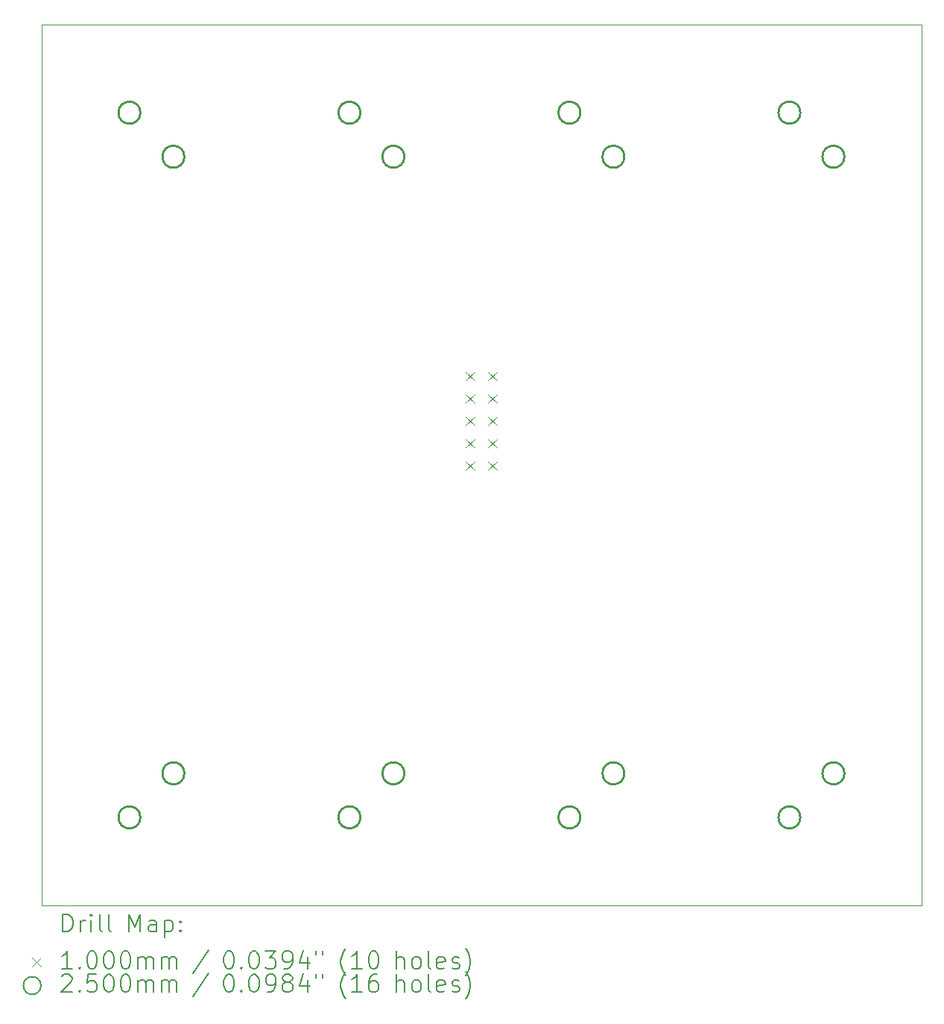
<source format=gbr>
%TF.GenerationSoftware,KiCad,Pcbnew,(7.0.0)*%
%TF.CreationDate,2023-05-18T23:59:09+02:00*%
%TF.ProjectId,Fad_2,4661645f-322e-46b6-9963-61645f706362,rev?*%
%TF.SameCoordinates,Original*%
%TF.FileFunction,Drillmap*%
%TF.FilePolarity,Positive*%
%FSLAX45Y45*%
G04 Gerber Fmt 4.5, Leading zero omitted, Abs format (unit mm)*
G04 Created by KiCad (PCBNEW (7.0.0)) date 2023-05-18 23:59:09*
%MOMM*%
%LPD*%
G01*
G04 APERTURE LIST*
%ADD10C,0.100000*%
%ADD11C,0.200000*%
%ADD12C,0.250000*%
G04 APERTURE END LIST*
D10*
X17500000Y-5200000D02*
X17500000Y-15000000D01*
X17300000Y-15000000D01*
X7500000Y-15000000D01*
X7500000Y-14800000D01*
X7500000Y-5200000D01*
X7500000Y-5000000D01*
X17500000Y-5000000D01*
X17500000Y-5200000D01*
D11*
D10*
X12321250Y-8942000D02*
X12421250Y-9042000D01*
X12421250Y-8942000D02*
X12321250Y-9042000D01*
X12321250Y-9196000D02*
X12421250Y-9296000D01*
X12421250Y-9196000D02*
X12321250Y-9296000D01*
X12321250Y-9450000D02*
X12421250Y-9550000D01*
X12421250Y-9450000D02*
X12321250Y-9550000D01*
X12321250Y-9704000D02*
X12421250Y-9804000D01*
X12421250Y-9704000D02*
X12321250Y-9804000D01*
X12321250Y-9958000D02*
X12421250Y-10058000D01*
X12421250Y-9958000D02*
X12321250Y-10058000D01*
X12575250Y-8942000D02*
X12675250Y-9042000D01*
X12675250Y-8942000D02*
X12575250Y-9042000D01*
X12575250Y-9196000D02*
X12675250Y-9296000D01*
X12675250Y-9196000D02*
X12575250Y-9296000D01*
X12575250Y-9450000D02*
X12675250Y-9550000D01*
X12675250Y-9450000D02*
X12575250Y-9550000D01*
X12575250Y-9704000D02*
X12675250Y-9804000D01*
X12675250Y-9704000D02*
X12575250Y-9804000D01*
X12575250Y-9958000D02*
X12675250Y-10058000D01*
X12675250Y-9958000D02*
X12575250Y-10058000D01*
D12*
X8625000Y-6000000D02*
G75*
G03*
X8625000Y-6000000I-125000J0D01*
G01*
X8625000Y-14000000D02*
G75*
G03*
X8625000Y-14000000I-125000J0D01*
G01*
X9125000Y-6500000D02*
G75*
G03*
X9125000Y-6500000I-125000J0D01*
G01*
X9125000Y-13500000D02*
G75*
G03*
X9125000Y-13500000I-125000J0D01*
G01*
X11125000Y-6000000D02*
G75*
G03*
X11125000Y-6000000I-125000J0D01*
G01*
X11125000Y-14000000D02*
G75*
G03*
X11125000Y-14000000I-125000J0D01*
G01*
X11625000Y-6500000D02*
G75*
G03*
X11625000Y-6500000I-125000J0D01*
G01*
X11625000Y-13500000D02*
G75*
G03*
X11625000Y-13500000I-125000J0D01*
G01*
X13625000Y-6000000D02*
G75*
G03*
X13625000Y-6000000I-125000J0D01*
G01*
X13625000Y-14000000D02*
G75*
G03*
X13625000Y-14000000I-125000J0D01*
G01*
X14125000Y-6500000D02*
G75*
G03*
X14125000Y-6500000I-125000J0D01*
G01*
X14125000Y-13500000D02*
G75*
G03*
X14125000Y-13500000I-125000J0D01*
G01*
X16125000Y-6000000D02*
G75*
G03*
X16125000Y-6000000I-125000J0D01*
G01*
X16125000Y-14000000D02*
G75*
G03*
X16125000Y-14000000I-125000J0D01*
G01*
X16625000Y-6500000D02*
G75*
G03*
X16625000Y-6500000I-125000J0D01*
G01*
X16625000Y-13500000D02*
G75*
G03*
X16625000Y-13500000I-125000J0D01*
G01*
D11*
X7742619Y-15298476D02*
X7742619Y-15098476D01*
X7742619Y-15098476D02*
X7790238Y-15098476D01*
X7790238Y-15098476D02*
X7818809Y-15108000D01*
X7818809Y-15108000D02*
X7837857Y-15127048D01*
X7837857Y-15127048D02*
X7847381Y-15146095D01*
X7847381Y-15146095D02*
X7856905Y-15184190D01*
X7856905Y-15184190D02*
X7856905Y-15212762D01*
X7856905Y-15212762D02*
X7847381Y-15250857D01*
X7847381Y-15250857D02*
X7837857Y-15269905D01*
X7837857Y-15269905D02*
X7818809Y-15288952D01*
X7818809Y-15288952D02*
X7790238Y-15298476D01*
X7790238Y-15298476D02*
X7742619Y-15298476D01*
X7942619Y-15298476D02*
X7942619Y-15165143D01*
X7942619Y-15203238D02*
X7952143Y-15184190D01*
X7952143Y-15184190D02*
X7961667Y-15174667D01*
X7961667Y-15174667D02*
X7980714Y-15165143D01*
X7980714Y-15165143D02*
X7999762Y-15165143D01*
X8066428Y-15298476D02*
X8066428Y-15165143D01*
X8066428Y-15098476D02*
X8056905Y-15108000D01*
X8056905Y-15108000D02*
X8066428Y-15117524D01*
X8066428Y-15117524D02*
X8075952Y-15108000D01*
X8075952Y-15108000D02*
X8066428Y-15098476D01*
X8066428Y-15098476D02*
X8066428Y-15117524D01*
X8190238Y-15298476D02*
X8171190Y-15288952D01*
X8171190Y-15288952D02*
X8161667Y-15269905D01*
X8161667Y-15269905D02*
X8161667Y-15098476D01*
X8295000Y-15298476D02*
X8275952Y-15288952D01*
X8275952Y-15288952D02*
X8266428Y-15269905D01*
X8266428Y-15269905D02*
X8266428Y-15098476D01*
X8491190Y-15298476D02*
X8491190Y-15098476D01*
X8491190Y-15098476D02*
X8557857Y-15241333D01*
X8557857Y-15241333D02*
X8624524Y-15098476D01*
X8624524Y-15098476D02*
X8624524Y-15298476D01*
X8805476Y-15298476D02*
X8805476Y-15193714D01*
X8805476Y-15193714D02*
X8795952Y-15174667D01*
X8795952Y-15174667D02*
X8776905Y-15165143D01*
X8776905Y-15165143D02*
X8738809Y-15165143D01*
X8738809Y-15165143D02*
X8719762Y-15174667D01*
X8805476Y-15288952D02*
X8786429Y-15298476D01*
X8786429Y-15298476D02*
X8738809Y-15298476D01*
X8738809Y-15298476D02*
X8719762Y-15288952D01*
X8719762Y-15288952D02*
X8710238Y-15269905D01*
X8710238Y-15269905D02*
X8710238Y-15250857D01*
X8710238Y-15250857D02*
X8719762Y-15231809D01*
X8719762Y-15231809D02*
X8738809Y-15222286D01*
X8738809Y-15222286D02*
X8786429Y-15222286D01*
X8786429Y-15222286D02*
X8805476Y-15212762D01*
X8900714Y-15165143D02*
X8900714Y-15365143D01*
X8900714Y-15174667D02*
X8919762Y-15165143D01*
X8919762Y-15165143D02*
X8957857Y-15165143D01*
X8957857Y-15165143D02*
X8976905Y-15174667D01*
X8976905Y-15174667D02*
X8986429Y-15184190D01*
X8986429Y-15184190D02*
X8995952Y-15203238D01*
X8995952Y-15203238D02*
X8995952Y-15260381D01*
X8995952Y-15260381D02*
X8986429Y-15279428D01*
X8986429Y-15279428D02*
X8976905Y-15288952D01*
X8976905Y-15288952D02*
X8957857Y-15298476D01*
X8957857Y-15298476D02*
X8919762Y-15298476D01*
X8919762Y-15298476D02*
X8900714Y-15288952D01*
X9081667Y-15279428D02*
X9091190Y-15288952D01*
X9091190Y-15288952D02*
X9081667Y-15298476D01*
X9081667Y-15298476D02*
X9072143Y-15288952D01*
X9072143Y-15288952D02*
X9081667Y-15279428D01*
X9081667Y-15279428D02*
X9081667Y-15298476D01*
X9081667Y-15174667D02*
X9091190Y-15184190D01*
X9091190Y-15184190D02*
X9081667Y-15193714D01*
X9081667Y-15193714D02*
X9072143Y-15184190D01*
X9072143Y-15184190D02*
X9081667Y-15174667D01*
X9081667Y-15174667D02*
X9081667Y-15193714D01*
D10*
X7395000Y-15595000D02*
X7495000Y-15695000D01*
X7495000Y-15595000D02*
X7395000Y-15695000D01*
D11*
X7847381Y-15718476D02*
X7733095Y-15718476D01*
X7790238Y-15718476D02*
X7790238Y-15518476D01*
X7790238Y-15518476D02*
X7771190Y-15547048D01*
X7771190Y-15547048D02*
X7752143Y-15566095D01*
X7752143Y-15566095D02*
X7733095Y-15575619D01*
X7933095Y-15699428D02*
X7942619Y-15708952D01*
X7942619Y-15708952D02*
X7933095Y-15718476D01*
X7933095Y-15718476D02*
X7923571Y-15708952D01*
X7923571Y-15708952D02*
X7933095Y-15699428D01*
X7933095Y-15699428D02*
X7933095Y-15718476D01*
X8066428Y-15518476D02*
X8085476Y-15518476D01*
X8085476Y-15518476D02*
X8104524Y-15528000D01*
X8104524Y-15528000D02*
X8114048Y-15537524D01*
X8114048Y-15537524D02*
X8123571Y-15556571D01*
X8123571Y-15556571D02*
X8133095Y-15594667D01*
X8133095Y-15594667D02*
X8133095Y-15642286D01*
X8133095Y-15642286D02*
X8123571Y-15680381D01*
X8123571Y-15680381D02*
X8114048Y-15699428D01*
X8114048Y-15699428D02*
X8104524Y-15708952D01*
X8104524Y-15708952D02*
X8085476Y-15718476D01*
X8085476Y-15718476D02*
X8066428Y-15718476D01*
X8066428Y-15718476D02*
X8047381Y-15708952D01*
X8047381Y-15708952D02*
X8037857Y-15699428D01*
X8037857Y-15699428D02*
X8028333Y-15680381D01*
X8028333Y-15680381D02*
X8018809Y-15642286D01*
X8018809Y-15642286D02*
X8018809Y-15594667D01*
X8018809Y-15594667D02*
X8028333Y-15556571D01*
X8028333Y-15556571D02*
X8037857Y-15537524D01*
X8037857Y-15537524D02*
X8047381Y-15528000D01*
X8047381Y-15528000D02*
X8066428Y-15518476D01*
X8256905Y-15518476D02*
X8275952Y-15518476D01*
X8275952Y-15518476D02*
X8295000Y-15528000D01*
X8295000Y-15528000D02*
X8304524Y-15537524D01*
X8304524Y-15537524D02*
X8314048Y-15556571D01*
X8314048Y-15556571D02*
X8323571Y-15594667D01*
X8323571Y-15594667D02*
X8323571Y-15642286D01*
X8323571Y-15642286D02*
X8314048Y-15680381D01*
X8314048Y-15680381D02*
X8304524Y-15699428D01*
X8304524Y-15699428D02*
X8295000Y-15708952D01*
X8295000Y-15708952D02*
X8275952Y-15718476D01*
X8275952Y-15718476D02*
X8256905Y-15718476D01*
X8256905Y-15718476D02*
X8237857Y-15708952D01*
X8237857Y-15708952D02*
X8228333Y-15699428D01*
X8228333Y-15699428D02*
X8218809Y-15680381D01*
X8218809Y-15680381D02*
X8209286Y-15642286D01*
X8209286Y-15642286D02*
X8209286Y-15594667D01*
X8209286Y-15594667D02*
X8218809Y-15556571D01*
X8218809Y-15556571D02*
X8228333Y-15537524D01*
X8228333Y-15537524D02*
X8237857Y-15528000D01*
X8237857Y-15528000D02*
X8256905Y-15518476D01*
X8447381Y-15518476D02*
X8466429Y-15518476D01*
X8466429Y-15518476D02*
X8485476Y-15528000D01*
X8485476Y-15528000D02*
X8495000Y-15537524D01*
X8495000Y-15537524D02*
X8504524Y-15556571D01*
X8504524Y-15556571D02*
X8514048Y-15594667D01*
X8514048Y-15594667D02*
X8514048Y-15642286D01*
X8514048Y-15642286D02*
X8504524Y-15680381D01*
X8504524Y-15680381D02*
X8495000Y-15699428D01*
X8495000Y-15699428D02*
X8485476Y-15708952D01*
X8485476Y-15708952D02*
X8466429Y-15718476D01*
X8466429Y-15718476D02*
X8447381Y-15718476D01*
X8447381Y-15718476D02*
X8428333Y-15708952D01*
X8428333Y-15708952D02*
X8418810Y-15699428D01*
X8418810Y-15699428D02*
X8409286Y-15680381D01*
X8409286Y-15680381D02*
X8399762Y-15642286D01*
X8399762Y-15642286D02*
X8399762Y-15594667D01*
X8399762Y-15594667D02*
X8409286Y-15556571D01*
X8409286Y-15556571D02*
X8418810Y-15537524D01*
X8418810Y-15537524D02*
X8428333Y-15528000D01*
X8428333Y-15528000D02*
X8447381Y-15518476D01*
X8599762Y-15718476D02*
X8599762Y-15585143D01*
X8599762Y-15604190D02*
X8609286Y-15594667D01*
X8609286Y-15594667D02*
X8628333Y-15585143D01*
X8628333Y-15585143D02*
X8656905Y-15585143D01*
X8656905Y-15585143D02*
X8675952Y-15594667D01*
X8675952Y-15594667D02*
X8685476Y-15613714D01*
X8685476Y-15613714D02*
X8685476Y-15718476D01*
X8685476Y-15613714D02*
X8695000Y-15594667D01*
X8695000Y-15594667D02*
X8714048Y-15585143D01*
X8714048Y-15585143D02*
X8742619Y-15585143D01*
X8742619Y-15585143D02*
X8761667Y-15594667D01*
X8761667Y-15594667D02*
X8771191Y-15613714D01*
X8771191Y-15613714D02*
X8771191Y-15718476D01*
X8866429Y-15718476D02*
X8866429Y-15585143D01*
X8866429Y-15604190D02*
X8875952Y-15594667D01*
X8875952Y-15594667D02*
X8895000Y-15585143D01*
X8895000Y-15585143D02*
X8923572Y-15585143D01*
X8923572Y-15585143D02*
X8942619Y-15594667D01*
X8942619Y-15594667D02*
X8952143Y-15613714D01*
X8952143Y-15613714D02*
X8952143Y-15718476D01*
X8952143Y-15613714D02*
X8961667Y-15594667D01*
X8961667Y-15594667D02*
X8980714Y-15585143D01*
X8980714Y-15585143D02*
X9009286Y-15585143D01*
X9009286Y-15585143D02*
X9028333Y-15594667D01*
X9028333Y-15594667D02*
X9037857Y-15613714D01*
X9037857Y-15613714D02*
X9037857Y-15718476D01*
X9395952Y-15508952D02*
X9224524Y-15766095D01*
X9620714Y-15518476D02*
X9639762Y-15518476D01*
X9639762Y-15518476D02*
X9658810Y-15528000D01*
X9658810Y-15528000D02*
X9668333Y-15537524D01*
X9668333Y-15537524D02*
X9677857Y-15556571D01*
X9677857Y-15556571D02*
X9687381Y-15594667D01*
X9687381Y-15594667D02*
X9687381Y-15642286D01*
X9687381Y-15642286D02*
X9677857Y-15680381D01*
X9677857Y-15680381D02*
X9668333Y-15699428D01*
X9668333Y-15699428D02*
X9658810Y-15708952D01*
X9658810Y-15708952D02*
X9639762Y-15718476D01*
X9639762Y-15718476D02*
X9620714Y-15718476D01*
X9620714Y-15718476D02*
X9601667Y-15708952D01*
X9601667Y-15708952D02*
X9592143Y-15699428D01*
X9592143Y-15699428D02*
X9582619Y-15680381D01*
X9582619Y-15680381D02*
X9573095Y-15642286D01*
X9573095Y-15642286D02*
X9573095Y-15594667D01*
X9573095Y-15594667D02*
X9582619Y-15556571D01*
X9582619Y-15556571D02*
X9592143Y-15537524D01*
X9592143Y-15537524D02*
X9601667Y-15528000D01*
X9601667Y-15528000D02*
X9620714Y-15518476D01*
X9773095Y-15699428D02*
X9782619Y-15708952D01*
X9782619Y-15708952D02*
X9773095Y-15718476D01*
X9773095Y-15718476D02*
X9763572Y-15708952D01*
X9763572Y-15708952D02*
X9773095Y-15699428D01*
X9773095Y-15699428D02*
X9773095Y-15718476D01*
X9906429Y-15518476D02*
X9925476Y-15518476D01*
X9925476Y-15518476D02*
X9944524Y-15528000D01*
X9944524Y-15528000D02*
X9954048Y-15537524D01*
X9954048Y-15537524D02*
X9963572Y-15556571D01*
X9963572Y-15556571D02*
X9973095Y-15594667D01*
X9973095Y-15594667D02*
X9973095Y-15642286D01*
X9973095Y-15642286D02*
X9963572Y-15680381D01*
X9963572Y-15680381D02*
X9954048Y-15699428D01*
X9954048Y-15699428D02*
X9944524Y-15708952D01*
X9944524Y-15708952D02*
X9925476Y-15718476D01*
X9925476Y-15718476D02*
X9906429Y-15718476D01*
X9906429Y-15718476D02*
X9887381Y-15708952D01*
X9887381Y-15708952D02*
X9877857Y-15699428D01*
X9877857Y-15699428D02*
X9868333Y-15680381D01*
X9868333Y-15680381D02*
X9858810Y-15642286D01*
X9858810Y-15642286D02*
X9858810Y-15594667D01*
X9858810Y-15594667D02*
X9868333Y-15556571D01*
X9868333Y-15556571D02*
X9877857Y-15537524D01*
X9877857Y-15537524D02*
X9887381Y-15528000D01*
X9887381Y-15528000D02*
X9906429Y-15518476D01*
X10039762Y-15518476D02*
X10163572Y-15518476D01*
X10163572Y-15518476D02*
X10096905Y-15594667D01*
X10096905Y-15594667D02*
X10125476Y-15594667D01*
X10125476Y-15594667D02*
X10144524Y-15604190D01*
X10144524Y-15604190D02*
X10154048Y-15613714D01*
X10154048Y-15613714D02*
X10163572Y-15632762D01*
X10163572Y-15632762D02*
X10163572Y-15680381D01*
X10163572Y-15680381D02*
X10154048Y-15699428D01*
X10154048Y-15699428D02*
X10144524Y-15708952D01*
X10144524Y-15708952D02*
X10125476Y-15718476D01*
X10125476Y-15718476D02*
X10068333Y-15718476D01*
X10068333Y-15718476D02*
X10049286Y-15708952D01*
X10049286Y-15708952D02*
X10039762Y-15699428D01*
X10258810Y-15718476D02*
X10296905Y-15718476D01*
X10296905Y-15718476D02*
X10315953Y-15708952D01*
X10315953Y-15708952D02*
X10325476Y-15699428D01*
X10325476Y-15699428D02*
X10344524Y-15670857D01*
X10344524Y-15670857D02*
X10354048Y-15632762D01*
X10354048Y-15632762D02*
X10354048Y-15556571D01*
X10354048Y-15556571D02*
X10344524Y-15537524D01*
X10344524Y-15537524D02*
X10335000Y-15528000D01*
X10335000Y-15528000D02*
X10315953Y-15518476D01*
X10315953Y-15518476D02*
X10277857Y-15518476D01*
X10277857Y-15518476D02*
X10258810Y-15528000D01*
X10258810Y-15528000D02*
X10249286Y-15537524D01*
X10249286Y-15537524D02*
X10239762Y-15556571D01*
X10239762Y-15556571D02*
X10239762Y-15604190D01*
X10239762Y-15604190D02*
X10249286Y-15623238D01*
X10249286Y-15623238D02*
X10258810Y-15632762D01*
X10258810Y-15632762D02*
X10277857Y-15642286D01*
X10277857Y-15642286D02*
X10315953Y-15642286D01*
X10315953Y-15642286D02*
X10335000Y-15632762D01*
X10335000Y-15632762D02*
X10344524Y-15623238D01*
X10344524Y-15623238D02*
X10354048Y-15604190D01*
X10525476Y-15585143D02*
X10525476Y-15718476D01*
X10477857Y-15508952D02*
X10430238Y-15651809D01*
X10430238Y-15651809D02*
X10554048Y-15651809D01*
X10620714Y-15518476D02*
X10620714Y-15556571D01*
X10696905Y-15518476D02*
X10696905Y-15556571D01*
X10959762Y-15794667D02*
X10950238Y-15785143D01*
X10950238Y-15785143D02*
X10931191Y-15756571D01*
X10931191Y-15756571D02*
X10921667Y-15737524D01*
X10921667Y-15737524D02*
X10912143Y-15708952D01*
X10912143Y-15708952D02*
X10902619Y-15661333D01*
X10902619Y-15661333D02*
X10902619Y-15623238D01*
X10902619Y-15623238D02*
X10912143Y-15575619D01*
X10912143Y-15575619D02*
X10921667Y-15547048D01*
X10921667Y-15547048D02*
X10931191Y-15528000D01*
X10931191Y-15528000D02*
X10950238Y-15499428D01*
X10950238Y-15499428D02*
X10959762Y-15489905D01*
X11140714Y-15718476D02*
X11026429Y-15718476D01*
X11083572Y-15718476D02*
X11083572Y-15518476D01*
X11083572Y-15518476D02*
X11064524Y-15547048D01*
X11064524Y-15547048D02*
X11045476Y-15566095D01*
X11045476Y-15566095D02*
X11026429Y-15575619D01*
X11264524Y-15518476D02*
X11283572Y-15518476D01*
X11283572Y-15518476D02*
X11302619Y-15528000D01*
X11302619Y-15528000D02*
X11312143Y-15537524D01*
X11312143Y-15537524D02*
X11321667Y-15556571D01*
X11321667Y-15556571D02*
X11331191Y-15594667D01*
X11331191Y-15594667D02*
X11331191Y-15642286D01*
X11331191Y-15642286D02*
X11321667Y-15680381D01*
X11321667Y-15680381D02*
X11312143Y-15699428D01*
X11312143Y-15699428D02*
X11302619Y-15708952D01*
X11302619Y-15708952D02*
X11283572Y-15718476D01*
X11283572Y-15718476D02*
X11264524Y-15718476D01*
X11264524Y-15718476D02*
X11245476Y-15708952D01*
X11245476Y-15708952D02*
X11235952Y-15699428D01*
X11235952Y-15699428D02*
X11226429Y-15680381D01*
X11226429Y-15680381D02*
X11216905Y-15642286D01*
X11216905Y-15642286D02*
X11216905Y-15594667D01*
X11216905Y-15594667D02*
X11226429Y-15556571D01*
X11226429Y-15556571D02*
X11235952Y-15537524D01*
X11235952Y-15537524D02*
X11245476Y-15528000D01*
X11245476Y-15528000D02*
X11264524Y-15518476D01*
X11536905Y-15718476D02*
X11536905Y-15518476D01*
X11622619Y-15718476D02*
X11622619Y-15613714D01*
X11622619Y-15613714D02*
X11613095Y-15594667D01*
X11613095Y-15594667D02*
X11594048Y-15585143D01*
X11594048Y-15585143D02*
X11565476Y-15585143D01*
X11565476Y-15585143D02*
X11546429Y-15594667D01*
X11546429Y-15594667D02*
X11536905Y-15604190D01*
X11746429Y-15718476D02*
X11727381Y-15708952D01*
X11727381Y-15708952D02*
X11717857Y-15699428D01*
X11717857Y-15699428D02*
X11708333Y-15680381D01*
X11708333Y-15680381D02*
X11708333Y-15623238D01*
X11708333Y-15623238D02*
X11717857Y-15604190D01*
X11717857Y-15604190D02*
X11727381Y-15594667D01*
X11727381Y-15594667D02*
X11746429Y-15585143D01*
X11746429Y-15585143D02*
X11775000Y-15585143D01*
X11775000Y-15585143D02*
X11794048Y-15594667D01*
X11794048Y-15594667D02*
X11803572Y-15604190D01*
X11803572Y-15604190D02*
X11813095Y-15623238D01*
X11813095Y-15623238D02*
X11813095Y-15680381D01*
X11813095Y-15680381D02*
X11803572Y-15699428D01*
X11803572Y-15699428D02*
X11794048Y-15708952D01*
X11794048Y-15708952D02*
X11775000Y-15718476D01*
X11775000Y-15718476D02*
X11746429Y-15718476D01*
X11927381Y-15718476D02*
X11908333Y-15708952D01*
X11908333Y-15708952D02*
X11898810Y-15689905D01*
X11898810Y-15689905D02*
X11898810Y-15518476D01*
X12079762Y-15708952D02*
X12060714Y-15718476D01*
X12060714Y-15718476D02*
X12022619Y-15718476D01*
X12022619Y-15718476D02*
X12003572Y-15708952D01*
X12003572Y-15708952D02*
X11994048Y-15689905D01*
X11994048Y-15689905D02*
X11994048Y-15613714D01*
X11994048Y-15613714D02*
X12003572Y-15594667D01*
X12003572Y-15594667D02*
X12022619Y-15585143D01*
X12022619Y-15585143D02*
X12060714Y-15585143D01*
X12060714Y-15585143D02*
X12079762Y-15594667D01*
X12079762Y-15594667D02*
X12089286Y-15613714D01*
X12089286Y-15613714D02*
X12089286Y-15632762D01*
X12089286Y-15632762D02*
X11994048Y-15651809D01*
X12165476Y-15708952D02*
X12184524Y-15718476D01*
X12184524Y-15718476D02*
X12222619Y-15718476D01*
X12222619Y-15718476D02*
X12241667Y-15708952D01*
X12241667Y-15708952D02*
X12251191Y-15689905D01*
X12251191Y-15689905D02*
X12251191Y-15680381D01*
X12251191Y-15680381D02*
X12241667Y-15661333D01*
X12241667Y-15661333D02*
X12222619Y-15651809D01*
X12222619Y-15651809D02*
X12194048Y-15651809D01*
X12194048Y-15651809D02*
X12175000Y-15642286D01*
X12175000Y-15642286D02*
X12165476Y-15623238D01*
X12165476Y-15623238D02*
X12165476Y-15613714D01*
X12165476Y-15613714D02*
X12175000Y-15594667D01*
X12175000Y-15594667D02*
X12194048Y-15585143D01*
X12194048Y-15585143D02*
X12222619Y-15585143D01*
X12222619Y-15585143D02*
X12241667Y-15594667D01*
X12317857Y-15794667D02*
X12327381Y-15785143D01*
X12327381Y-15785143D02*
X12346429Y-15756571D01*
X12346429Y-15756571D02*
X12355953Y-15737524D01*
X12355953Y-15737524D02*
X12365476Y-15708952D01*
X12365476Y-15708952D02*
X12375000Y-15661333D01*
X12375000Y-15661333D02*
X12375000Y-15623238D01*
X12375000Y-15623238D02*
X12365476Y-15575619D01*
X12365476Y-15575619D02*
X12355953Y-15547048D01*
X12355953Y-15547048D02*
X12346429Y-15528000D01*
X12346429Y-15528000D02*
X12327381Y-15499428D01*
X12327381Y-15499428D02*
X12317857Y-15489905D01*
X7495000Y-15909000D02*
G75*
G03*
X7495000Y-15909000I-100000J0D01*
G01*
X7733095Y-15801524D02*
X7742619Y-15792000D01*
X7742619Y-15792000D02*
X7761667Y-15782476D01*
X7761667Y-15782476D02*
X7809286Y-15782476D01*
X7809286Y-15782476D02*
X7828333Y-15792000D01*
X7828333Y-15792000D02*
X7837857Y-15801524D01*
X7837857Y-15801524D02*
X7847381Y-15820571D01*
X7847381Y-15820571D02*
X7847381Y-15839619D01*
X7847381Y-15839619D02*
X7837857Y-15868190D01*
X7837857Y-15868190D02*
X7723571Y-15982476D01*
X7723571Y-15982476D02*
X7847381Y-15982476D01*
X7933095Y-15963428D02*
X7942619Y-15972952D01*
X7942619Y-15972952D02*
X7933095Y-15982476D01*
X7933095Y-15982476D02*
X7923571Y-15972952D01*
X7923571Y-15972952D02*
X7933095Y-15963428D01*
X7933095Y-15963428D02*
X7933095Y-15982476D01*
X8123571Y-15782476D02*
X8028333Y-15782476D01*
X8028333Y-15782476D02*
X8018809Y-15877714D01*
X8018809Y-15877714D02*
X8028333Y-15868190D01*
X8028333Y-15868190D02*
X8047381Y-15858667D01*
X8047381Y-15858667D02*
X8095000Y-15858667D01*
X8095000Y-15858667D02*
X8114048Y-15868190D01*
X8114048Y-15868190D02*
X8123571Y-15877714D01*
X8123571Y-15877714D02*
X8133095Y-15896762D01*
X8133095Y-15896762D02*
X8133095Y-15944381D01*
X8133095Y-15944381D02*
X8123571Y-15963428D01*
X8123571Y-15963428D02*
X8114048Y-15972952D01*
X8114048Y-15972952D02*
X8095000Y-15982476D01*
X8095000Y-15982476D02*
X8047381Y-15982476D01*
X8047381Y-15982476D02*
X8028333Y-15972952D01*
X8028333Y-15972952D02*
X8018809Y-15963428D01*
X8256905Y-15782476D02*
X8275952Y-15782476D01*
X8275952Y-15782476D02*
X8295000Y-15792000D01*
X8295000Y-15792000D02*
X8304524Y-15801524D01*
X8304524Y-15801524D02*
X8314048Y-15820571D01*
X8314048Y-15820571D02*
X8323571Y-15858667D01*
X8323571Y-15858667D02*
X8323571Y-15906286D01*
X8323571Y-15906286D02*
X8314048Y-15944381D01*
X8314048Y-15944381D02*
X8304524Y-15963428D01*
X8304524Y-15963428D02*
X8295000Y-15972952D01*
X8295000Y-15972952D02*
X8275952Y-15982476D01*
X8275952Y-15982476D02*
X8256905Y-15982476D01*
X8256905Y-15982476D02*
X8237857Y-15972952D01*
X8237857Y-15972952D02*
X8228333Y-15963428D01*
X8228333Y-15963428D02*
X8218809Y-15944381D01*
X8218809Y-15944381D02*
X8209286Y-15906286D01*
X8209286Y-15906286D02*
X8209286Y-15858667D01*
X8209286Y-15858667D02*
X8218809Y-15820571D01*
X8218809Y-15820571D02*
X8228333Y-15801524D01*
X8228333Y-15801524D02*
X8237857Y-15792000D01*
X8237857Y-15792000D02*
X8256905Y-15782476D01*
X8447381Y-15782476D02*
X8466429Y-15782476D01*
X8466429Y-15782476D02*
X8485476Y-15792000D01*
X8485476Y-15792000D02*
X8495000Y-15801524D01*
X8495000Y-15801524D02*
X8504524Y-15820571D01*
X8504524Y-15820571D02*
X8514048Y-15858667D01*
X8514048Y-15858667D02*
X8514048Y-15906286D01*
X8514048Y-15906286D02*
X8504524Y-15944381D01*
X8504524Y-15944381D02*
X8495000Y-15963428D01*
X8495000Y-15963428D02*
X8485476Y-15972952D01*
X8485476Y-15972952D02*
X8466429Y-15982476D01*
X8466429Y-15982476D02*
X8447381Y-15982476D01*
X8447381Y-15982476D02*
X8428333Y-15972952D01*
X8428333Y-15972952D02*
X8418810Y-15963428D01*
X8418810Y-15963428D02*
X8409286Y-15944381D01*
X8409286Y-15944381D02*
X8399762Y-15906286D01*
X8399762Y-15906286D02*
X8399762Y-15858667D01*
X8399762Y-15858667D02*
X8409286Y-15820571D01*
X8409286Y-15820571D02*
X8418810Y-15801524D01*
X8418810Y-15801524D02*
X8428333Y-15792000D01*
X8428333Y-15792000D02*
X8447381Y-15782476D01*
X8599762Y-15982476D02*
X8599762Y-15849143D01*
X8599762Y-15868190D02*
X8609286Y-15858667D01*
X8609286Y-15858667D02*
X8628333Y-15849143D01*
X8628333Y-15849143D02*
X8656905Y-15849143D01*
X8656905Y-15849143D02*
X8675952Y-15858667D01*
X8675952Y-15858667D02*
X8685476Y-15877714D01*
X8685476Y-15877714D02*
X8685476Y-15982476D01*
X8685476Y-15877714D02*
X8695000Y-15858667D01*
X8695000Y-15858667D02*
X8714048Y-15849143D01*
X8714048Y-15849143D02*
X8742619Y-15849143D01*
X8742619Y-15849143D02*
X8761667Y-15858667D01*
X8761667Y-15858667D02*
X8771191Y-15877714D01*
X8771191Y-15877714D02*
X8771191Y-15982476D01*
X8866429Y-15982476D02*
X8866429Y-15849143D01*
X8866429Y-15868190D02*
X8875952Y-15858667D01*
X8875952Y-15858667D02*
X8895000Y-15849143D01*
X8895000Y-15849143D02*
X8923572Y-15849143D01*
X8923572Y-15849143D02*
X8942619Y-15858667D01*
X8942619Y-15858667D02*
X8952143Y-15877714D01*
X8952143Y-15877714D02*
X8952143Y-15982476D01*
X8952143Y-15877714D02*
X8961667Y-15858667D01*
X8961667Y-15858667D02*
X8980714Y-15849143D01*
X8980714Y-15849143D02*
X9009286Y-15849143D01*
X9009286Y-15849143D02*
X9028333Y-15858667D01*
X9028333Y-15858667D02*
X9037857Y-15877714D01*
X9037857Y-15877714D02*
X9037857Y-15982476D01*
X9395952Y-15772952D02*
X9224524Y-16030095D01*
X9620714Y-15782476D02*
X9639762Y-15782476D01*
X9639762Y-15782476D02*
X9658810Y-15792000D01*
X9658810Y-15792000D02*
X9668333Y-15801524D01*
X9668333Y-15801524D02*
X9677857Y-15820571D01*
X9677857Y-15820571D02*
X9687381Y-15858667D01*
X9687381Y-15858667D02*
X9687381Y-15906286D01*
X9687381Y-15906286D02*
X9677857Y-15944381D01*
X9677857Y-15944381D02*
X9668333Y-15963428D01*
X9668333Y-15963428D02*
X9658810Y-15972952D01*
X9658810Y-15972952D02*
X9639762Y-15982476D01*
X9639762Y-15982476D02*
X9620714Y-15982476D01*
X9620714Y-15982476D02*
X9601667Y-15972952D01*
X9601667Y-15972952D02*
X9592143Y-15963428D01*
X9592143Y-15963428D02*
X9582619Y-15944381D01*
X9582619Y-15944381D02*
X9573095Y-15906286D01*
X9573095Y-15906286D02*
X9573095Y-15858667D01*
X9573095Y-15858667D02*
X9582619Y-15820571D01*
X9582619Y-15820571D02*
X9592143Y-15801524D01*
X9592143Y-15801524D02*
X9601667Y-15792000D01*
X9601667Y-15792000D02*
X9620714Y-15782476D01*
X9773095Y-15963428D02*
X9782619Y-15972952D01*
X9782619Y-15972952D02*
X9773095Y-15982476D01*
X9773095Y-15982476D02*
X9763572Y-15972952D01*
X9763572Y-15972952D02*
X9773095Y-15963428D01*
X9773095Y-15963428D02*
X9773095Y-15982476D01*
X9906429Y-15782476D02*
X9925476Y-15782476D01*
X9925476Y-15782476D02*
X9944524Y-15792000D01*
X9944524Y-15792000D02*
X9954048Y-15801524D01*
X9954048Y-15801524D02*
X9963572Y-15820571D01*
X9963572Y-15820571D02*
X9973095Y-15858667D01*
X9973095Y-15858667D02*
X9973095Y-15906286D01*
X9973095Y-15906286D02*
X9963572Y-15944381D01*
X9963572Y-15944381D02*
X9954048Y-15963428D01*
X9954048Y-15963428D02*
X9944524Y-15972952D01*
X9944524Y-15972952D02*
X9925476Y-15982476D01*
X9925476Y-15982476D02*
X9906429Y-15982476D01*
X9906429Y-15982476D02*
X9887381Y-15972952D01*
X9887381Y-15972952D02*
X9877857Y-15963428D01*
X9877857Y-15963428D02*
X9868333Y-15944381D01*
X9868333Y-15944381D02*
X9858810Y-15906286D01*
X9858810Y-15906286D02*
X9858810Y-15858667D01*
X9858810Y-15858667D02*
X9868333Y-15820571D01*
X9868333Y-15820571D02*
X9877857Y-15801524D01*
X9877857Y-15801524D02*
X9887381Y-15792000D01*
X9887381Y-15792000D02*
X9906429Y-15782476D01*
X10068333Y-15982476D02*
X10106429Y-15982476D01*
X10106429Y-15982476D02*
X10125476Y-15972952D01*
X10125476Y-15972952D02*
X10135000Y-15963428D01*
X10135000Y-15963428D02*
X10154048Y-15934857D01*
X10154048Y-15934857D02*
X10163572Y-15896762D01*
X10163572Y-15896762D02*
X10163572Y-15820571D01*
X10163572Y-15820571D02*
X10154048Y-15801524D01*
X10154048Y-15801524D02*
X10144524Y-15792000D01*
X10144524Y-15792000D02*
X10125476Y-15782476D01*
X10125476Y-15782476D02*
X10087381Y-15782476D01*
X10087381Y-15782476D02*
X10068333Y-15792000D01*
X10068333Y-15792000D02*
X10058810Y-15801524D01*
X10058810Y-15801524D02*
X10049286Y-15820571D01*
X10049286Y-15820571D02*
X10049286Y-15868190D01*
X10049286Y-15868190D02*
X10058810Y-15887238D01*
X10058810Y-15887238D02*
X10068333Y-15896762D01*
X10068333Y-15896762D02*
X10087381Y-15906286D01*
X10087381Y-15906286D02*
X10125476Y-15906286D01*
X10125476Y-15906286D02*
X10144524Y-15896762D01*
X10144524Y-15896762D02*
X10154048Y-15887238D01*
X10154048Y-15887238D02*
X10163572Y-15868190D01*
X10277857Y-15868190D02*
X10258810Y-15858667D01*
X10258810Y-15858667D02*
X10249286Y-15849143D01*
X10249286Y-15849143D02*
X10239762Y-15830095D01*
X10239762Y-15830095D02*
X10239762Y-15820571D01*
X10239762Y-15820571D02*
X10249286Y-15801524D01*
X10249286Y-15801524D02*
X10258810Y-15792000D01*
X10258810Y-15792000D02*
X10277857Y-15782476D01*
X10277857Y-15782476D02*
X10315953Y-15782476D01*
X10315953Y-15782476D02*
X10335000Y-15792000D01*
X10335000Y-15792000D02*
X10344524Y-15801524D01*
X10344524Y-15801524D02*
X10354048Y-15820571D01*
X10354048Y-15820571D02*
X10354048Y-15830095D01*
X10354048Y-15830095D02*
X10344524Y-15849143D01*
X10344524Y-15849143D02*
X10335000Y-15858667D01*
X10335000Y-15858667D02*
X10315953Y-15868190D01*
X10315953Y-15868190D02*
X10277857Y-15868190D01*
X10277857Y-15868190D02*
X10258810Y-15877714D01*
X10258810Y-15877714D02*
X10249286Y-15887238D01*
X10249286Y-15887238D02*
X10239762Y-15906286D01*
X10239762Y-15906286D02*
X10239762Y-15944381D01*
X10239762Y-15944381D02*
X10249286Y-15963428D01*
X10249286Y-15963428D02*
X10258810Y-15972952D01*
X10258810Y-15972952D02*
X10277857Y-15982476D01*
X10277857Y-15982476D02*
X10315953Y-15982476D01*
X10315953Y-15982476D02*
X10335000Y-15972952D01*
X10335000Y-15972952D02*
X10344524Y-15963428D01*
X10344524Y-15963428D02*
X10354048Y-15944381D01*
X10354048Y-15944381D02*
X10354048Y-15906286D01*
X10354048Y-15906286D02*
X10344524Y-15887238D01*
X10344524Y-15887238D02*
X10335000Y-15877714D01*
X10335000Y-15877714D02*
X10315953Y-15868190D01*
X10525476Y-15849143D02*
X10525476Y-15982476D01*
X10477857Y-15772952D02*
X10430238Y-15915809D01*
X10430238Y-15915809D02*
X10554048Y-15915809D01*
X10620714Y-15782476D02*
X10620714Y-15820571D01*
X10696905Y-15782476D02*
X10696905Y-15820571D01*
X10959762Y-16058667D02*
X10950238Y-16049143D01*
X10950238Y-16049143D02*
X10931191Y-16020571D01*
X10931191Y-16020571D02*
X10921667Y-16001524D01*
X10921667Y-16001524D02*
X10912143Y-15972952D01*
X10912143Y-15972952D02*
X10902619Y-15925333D01*
X10902619Y-15925333D02*
X10902619Y-15887238D01*
X10902619Y-15887238D02*
X10912143Y-15839619D01*
X10912143Y-15839619D02*
X10921667Y-15811048D01*
X10921667Y-15811048D02*
X10931191Y-15792000D01*
X10931191Y-15792000D02*
X10950238Y-15763428D01*
X10950238Y-15763428D02*
X10959762Y-15753905D01*
X11140714Y-15982476D02*
X11026429Y-15982476D01*
X11083572Y-15982476D02*
X11083572Y-15782476D01*
X11083572Y-15782476D02*
X11064524Y-15811048D01*
X11064524Y-15811048D02*
X11045476Y-15830095D01*
X11045476Y-15830095D02*
X11026429Y-15839619D01*
X11312143Y-15782476D02*
X11274048Y-15782476D01*
X11274048Y-15782476D02*
X11255000Y-15792000D01*
X11255000Y-15792000D02*
X11245476Y-15801524D01*
X11245476Y-15801524D02*
X11226429Y-15830095D01*
X11226429Y-15830095D02*
X11216905Y-15868190D01*
X11216905Y-15868190D02*
X11216905Y-15944381D01*
X11216905Y-15944381D02*
X11226429Y-15963428D01*
X11226429Y-15963428D02*
X11235952Y-15972952D01*
X11235952Y-15972952D02*
X11255000Y-15982476D01*
X11255000Y-15982476D02*
X11293095Y-15982476D01*
X11293095Y-15982476D02*
X11312143Y-15972952D01*
X11312143Y-15972952D02*
X11321667Y-15963428D01*
X11321667Y-15963428D02*
X11331191Y-15944381D01*
X11331191Y-15944381D02*
X11331191Y-15896762D01*
X11331191Y-15896762D02*
X11321667Y-15877714D01*
X11321667Y-15877714D02*
X11312143Y-15868190D01*
X11312143Y-15868190D02*
X11293095Y-15858667D01*
X11293095Y-15858667D02*
X11255000Y-15858667D01*
X11255000Y-15858667D02*
X11235952Y-15868190D01*
X11235952Y-15868190D02*
X11226429Y-15877714D01*
X11226429Y-15877714D02*
X11216905Y-15896762D01*
X11536905Y-15982476D02*
X11536905Y-15782476D01*
X11622619Y-15982476D02*
X11622619Y-15877714D01*
X11622619Y-15877714D02*
X11613095Y-15858667D01*
X11613095Y-15858667D02*
X11594048Y-15849143D01*
X11594048Y-15849143D02*
X11565476Y-15849143D01*
X11565476Y-15849143D02*
X11546429Y-15858667D01*
X11546429Y-15858667D02*
X11536905Y-15868190D01*
X11746429Y-15982476D02*
X11727381Y-15972952D01*
X11727381Y-15972952D02*
X11717857Y-15963428D01*
X11717857Y-15963428D02*
X11708333Y-15944381D01*
X11708333Y-15944381D02*
X11708333Y-15887238D01*
X11708333Y-15887238D02*
X11717857Y-15868190D01*
X11717857Y-15868190D02*
X11727381Y-15858667D01*
X11727381Y-15858667D02*
X11746429Y-15849143D01*
X11746429Y-15849143D02*
X11775000Y-15849143D01*
X11775000Y-15849143D02*
X11794048Y-15858667D01*
X11794048Y-15858667D02*
X11803572Y-15868190D01*
X11803572Y-15868190D02*
X11813095Y-15887238D01*
X11813095Y-15887238D02*
X11813095Y-15944381D01*
X11813095Y-15944381D02*
X11803572Y-15963428D01*
X11803572Y-15963428D02*
X11794048Y-15972952D01*
X11794048Y-15972952D02*
X11775000Y-15982476D01*
X11775000Y-15982476D02*
X11746429Y-15982476D01*
X11927381Y-15982476D02*
X11908333Y-15972952D01*
X11908333Y-15972952D02*
X11898810Y-15953905D01*
X11898810Y-15953905D02*
X11898810Y-15782476D01*
X12079762Y-15972952D02*
X12060714Y-15982476D01*
X12060714Y-15982476D02*
X12022619Y-15982476D01*
X12022619Y-15982476D02*
X12003572Y-15972952D01*
X12003572Y-15972952D02*
X11994048Y-15953905D01*
X11994048Y-15953905D02*
X11994048Y-15877714D01*
X11994048Y-15877714D02*
X12003572Y-15858667D01*
X12003572Y-15858667D02*
X12022619Y-15849143D01*
X12022619Y-15849143D02*
X12060714Y-15849143D01*
X12060714Y-15849143D02*
X12079762Y-15858667D01*
X12079762Y-15858667D02*
X12089286Y-15877714D01*
X12089286Y-15877714D02*
X12089286Y-15896762D01*
X12089286Y-15896762D02*
X11994048Y-15915809D01*
X12165476Y-15972952D02*
X12184524Y-15982476D01*
X12184524Y-15982476D02*
X12222619Y-15982476D01*
X12222619Y-15982476D02*
X12241667Y-15972952D01*
X12241667Y-15972952D02*
X12251191Y-15953905D01*
X12251191Y-15953905D02*
X12251191Y-15944381D01*
X12251191Y-15944381D02*
X12241667Y-15925333D01*
X12241667Y-15925333D02*
X12222619Y-15915809D01*
X12222619Y-15915809D02*
X12194048Y-15915809D01*
X12194048Y-15915809D02*
X12175000Y-15906286D01*
X12175000Y-15906286D02*
X12165476Y-15887238D01*
X12165476Y-15887238D02*
X12165476Y-15877714D01*
X12165476Y-15877714D02*
X12175000Y-15858667D01*
X12175000Y-15858667D02*
X12194048Y-15849143D01*
X12194048Y-15849143D02*
X12222619Y-15849143D01*
X12222619Y-15849143D02*
X12241667Y-15858667D01*
X12317857Y-16058667D02*
X12327381Y-16049143D01*
X12327381Y-16049143D02*
X12346429Y-16020571D01*
X12346429Y-16020571D02*
X12355953Y-16001524D01*
X12355953Y-16001524D02*
X12365476Y-15972952D01*
X12365476Y-15972952D02*
X12375000Y-15925333D01*
X12375000Y-15925333D02*
X12375000Y-15887238D01*
X12375000Y-15887238D02*
X12365476Y-15839619D01*
X12365476Y-15839619D02*
X12355953Y-15811048D01*
X12355953Y-15811048D02*
X12346429Y-15792000D01*
X12346429Y-15792000D02*
X12327381Y-15763428D01*
X12327381Y-15763428D02*
X12317857Y-15753905D01*
M02*

</source>
